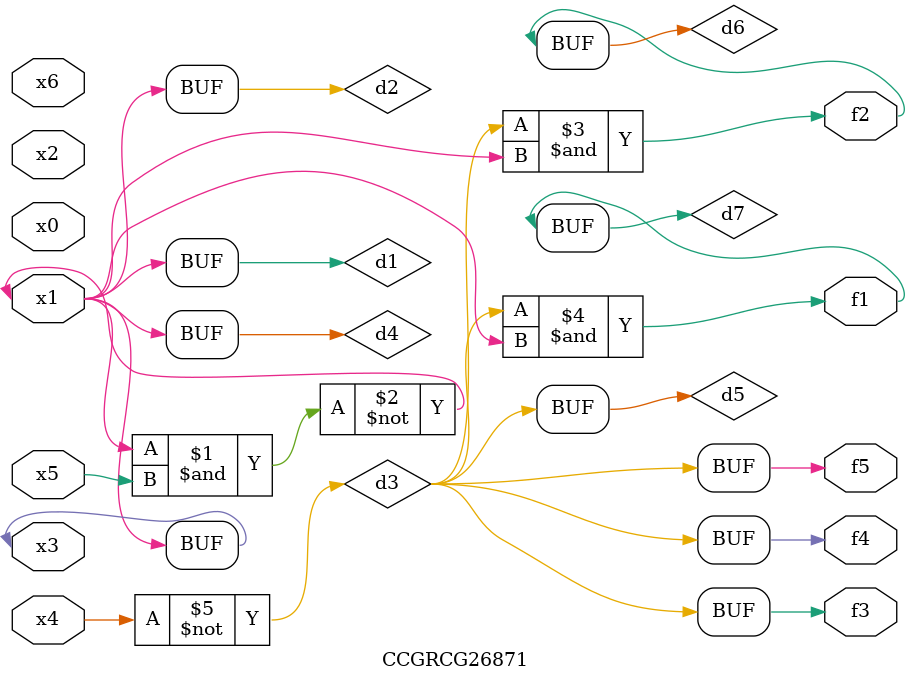
<source format=v>
module CCGRCG26871(
	input x0, x1, x2, x3, x4, x5, x6,
	output f1, f2, f3, f4, f5
);

	wire d1, d2, d3, d4, d5, d6, d7;

	buf (d1, x1, x3);
	nand (d2, x1, x5);
	not (d3, x4);
	buf (d4, d1, d2);
	buf (d5, d3);
	and (d6, d3, d4);
	and (d7, d3, d4);
	assign f1 = d7;
	assign f2 = d6;
	assign f3 = d5;
	assign f4 = d5;
	assign f5 = d5;
endmodule

</source>
